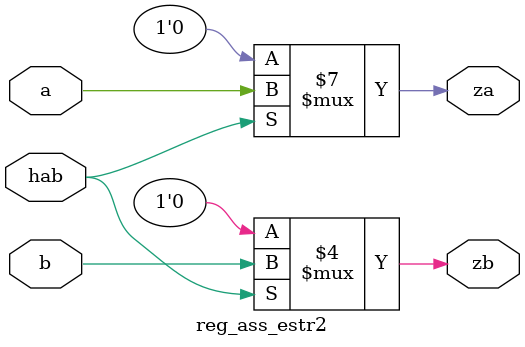
<source format=v>
module reg_ass_estr2 (a,b,hab,za,zb);

input a,b,hab;

output reg za,zb;

always@(hab)
begin

	if (hab==0)
	begin
		za=0;
		zb=0;
	end
	
	else
	begin
		za=a;
		zb=b;
	end
end
endmodule 

</source>
